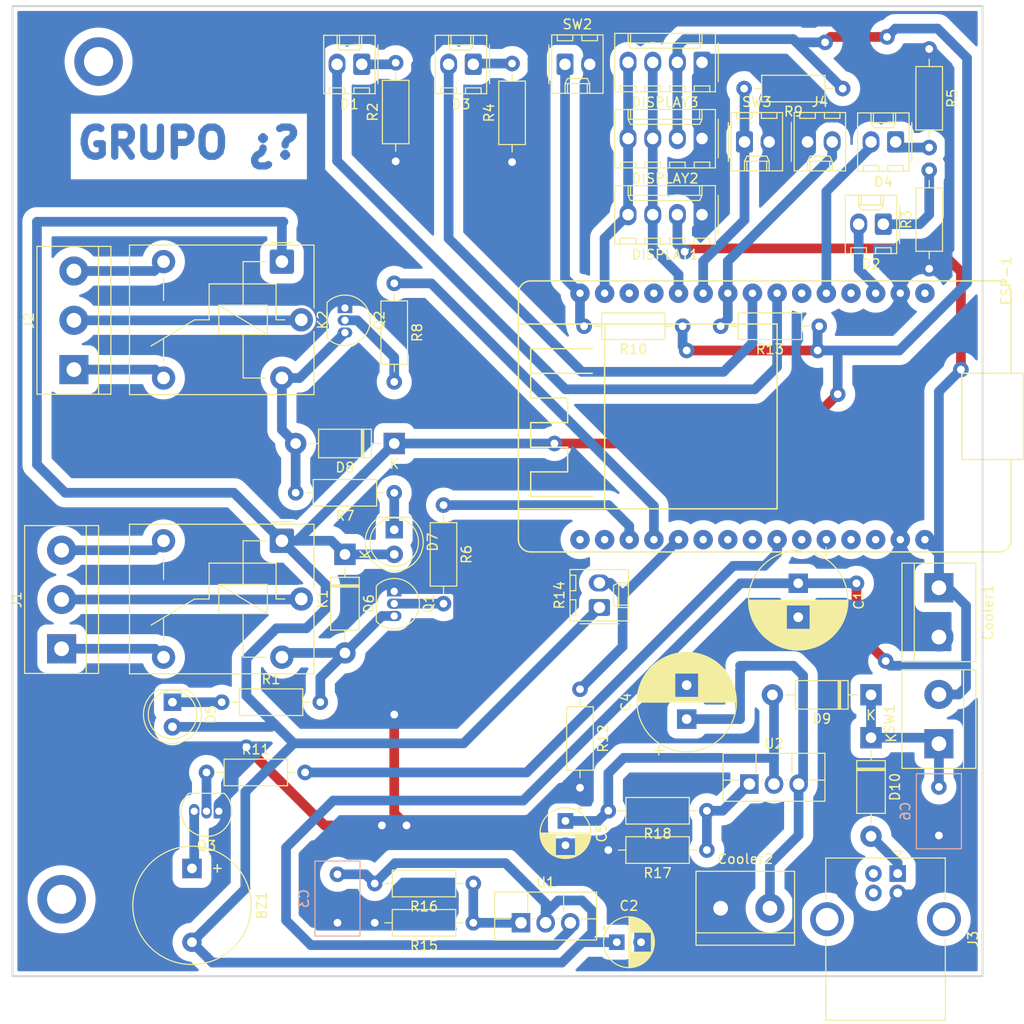
<source format=kicad_pcb>
(kicad_pcb (version 20240108) (generator "pcbnew") (generator_version "8.0")
  (layers (0 "F.Cu" signal) (31 "B.Cu" signal) (34 "B.Paste" user) (35 "F.Paste" user) (36 "B.SilkS" user "B.Silkscreen") (37 "F.SilkS" user "F.Silkscreen") (38 "B.Mask" user) (39 "F.Mask" user) (44 "Edge.Cuts" user))
  (net 0 "")
  (net 1 "GND")
  (net 2 "SDA")
  (net 3 "+3.3V")
  (net 4 "SCL")
  (net 5 "Net-(BZ1-+)")
  (net 6 "+5V")
  (net 7 "LED-A1")
  (net 8 "Net-(D1-K)")
  (net 9 "LED-B1")
  (net 10 "Net-(D2-K)")
  (net 11 "Net-(D3-K)")
  (net 12 "LED-A2")
  (net 13 "LED-B2")
  (net 14 "Net-(D4-K)")
  (net 15 "Net-(D5-K)")
  (net 16 "RELE-B")
  (net 17 "Net-(D6-A)")
  (net 18 "RELE-A")
  (net 19 "Net-(D7-K)")
  (net 20 "Net-(D8-A)")
  (net 21 "Net-(D9-A)")
  (net 23 "BUZZER")
  (net 24 "BOTON-A")
  (net 25 "BOTON-B")
  (net 28 "PUERTA")
  (net 31 "LDR")
  (net 32 "Net-(J1-Pin_3)")
  (net 33 "Net-(J1-Pin_2)")
  (net 34 "Net-(J1-Pin_1)")
  (net 35 "NO")
  (net 36 "Net-(J2-Pin_3)")
  (net 39 "+12V")
  (net 41 "Net-(Q1-B)")
  (net 42 "Net-(Q2-B)")
  (net 43 "Net-(Q3-B)")
  (net 44 "Net-(U1-ADJ)")
  (net 48 "+5VANTESDELLAVE")
  (net 49 "Net-(J2-Pin_2)")
  (net 51 "Net-(U2-ADJ)")
  (net 52 "Net-(D10-A)")
  (footprint "Resistor_THT:R_Axial_DIN0207_L6.3mm_D2.5mm_P10.16mm_Horizontal" (layer "F.Cu") (at 133.5 56 90)
    (property "Reference" "R2")
    (property "Value" "1.6")
  )
  (footprint "Connector_Molex:Molex_KK-254_AE-6410-02A_1x02_P2.54mm_Vertical" (layer "F.Cu") (at 185.04 54 180)
    (property "Reference" "D4")
    (property "Value" "LED")
  )
  (footprint "Resistor_THT:R_Axial_DIN0207_L6.3mm_D2.5mm_P10.16mm_Horizontal" (layer "F.Cu") (at 177.16 73 180)
    (property "Reference" "R13")
    (property "Value" "R_US")
  )
  (footprint "Capacitor_THT:CP_Radial_D5.0mm_P2.50mm" (layer "F.Cu") (at 156.294888 136.5)
    (property "Reference" "C2")
    (property "Value" "10uF")
  )
  (footprint "LED_THT:LED_D5.0mm_Clear" (layer "F.Cu") (at 110.49 111.76 -90)
    (property "Reference" "D5")
    (property "Value" "LED")
  )
  (footprint "Resistor_THT:R_Axial_DIN0207_L6.3mm_D2.5mm_P10.16mm_Horizontal" (layer "F.Cu") (at 188.5 44.42 -90)
    (property "Reference" "R5")
    (property "Value" "R_US")
  )
  (footprint "Connector_Molex:Molex_KK-254_AE-6410-02A_1x02_P2.54mm_Vertical" (layer "F.Cu") (at 175.96 54)
    (property "Reference" "J4")
    (property "Value" "Conn_01x02_Pin")
  )
  (footprint "Connector_USB:USB_B_OST_USB-B1HSxx_Horizontal" (layer "F.Cu") (at 185.25 129.4225 -90)
    (property "Reference" "J3")
    (property "Value" "USB_B")
  )
  (footprint "Diode_THT:D_DO-41_SOD81_P10.16mm_Horizontal" (layer "F.Cu") (at 133.35 85.09 180)
    (property "Reference" "D8")
    (property "Value" "1N4007")
  )
  (footprint "Resistor_THT:R_Axial_DIN0207_L6.3mm_D2.5mm_P10.16mm_Horizontal" (layer "F.Cu") (at 188.5 67.08 90)
    (property "Reference" "R3")
    (property "Value" "R_US")
  )
  (footprint "Package_TO_SOT_THT:TO-220F-3_Vertical" (layer "F.Cu") (at 169.96 120.195)
    (property "Reference" "U2")
    (property "Value" "LM317_TO-220")
  )
  (footprint "Capacitor_THT:CP_Radial_D10.0mm_P3.50mm" (layer "F.Cu") (at 163.5 113.5 90)
    (property "Reference" "C4")
    (property "Value" "100uF")
  )
  (footprint "Resistor_THT:R_Axial_DIN0207_L6.3mm_D2.5mm_P10.16mm_Horizontal" (layer "F.Cu") (at 133.35 90.17 180)
    (property "Reference" "R7")
    (property "Value" "100")
  )
  (footprint "Connector_Molex:Molex_KK-254_AE-6410-02A_1x02_P2.54mm_Vertical" (layer "F.Cu") (at 154.5 102 90)
    (property "Reference" "R14")
    (property "Value" "LDR")
  )
  (footprint "Package_TO_SOT_THT:TO-92_Inline" (layer "F.Cu") (at 128.27 71.12 -90)
    (property "Reference" "Q2")
    (property "Value" "S8050")
  )
  (footprint "Resistor_THT:R_Axial_DIN0207_L6.3mm_D2.5mm_P10.16mm_Horizontal" (layer "F.Cu") (at 179.58 48.5 180)
    (property "Reference" "R9")
    (property "Value" "10K")
  )
  (footprint "Relay_THT:Relay_SPDT_Finder_36.11" (layer "F.Cu") (at 121.77 95.12 -90)
    (property "Reference" "K1")
    (property "Value" "Relay_SPDT")
  )
  (footprint "Relay_THT:Relay_SPDT_Finder_36.11" (layer "F.Cu") (at 121.77 66.34 -90)
    (property "Reference" "K2")
    (property "Value" "Relay_SPDT")
  )
  (footprint "TerminalBlock:TerminalBlock_bornier-3_P5.08mm" (layer "F.Cu") (at 100.33 77.47 90)
    (property "Reference" "J2")
    (property "Value" "Screw_Terminal_01x03")
  )
  (footprint "Package_TO_SOT_THT:TO-92_Inline" (layer "F.Cu") (at 115.27 123 180)
    (property "Reference" "Q3")
    (property "Value" "S8050")
  )
  (footprint "Resistor_THT:R_Axial_DIN0207_L6.3mm_D2.5mm_P10.16mm_Horizontal" (layer "F.Cu") (at 165.58 127 180)
    (property "Reference" "R17")
    (property "Value" "560")
  )
  (footprint "Connector_Molex:Molex_KK-254_AE-6410-04A_1x04_P2.54mm_Vertical" (layer "F.Cu") (at 165.08 61.5 180)
    (property "Reference" "DISPLAY1")
    (property "Value" "DISPLAY")
  )
  (footprint "Connector_Molex:Molex_KK-254_AE-6410-02A_1x02_P2.54mm_Vertical" (layer "F.Cu") (at 183.77 62.48 180)
    (property "Reference" "D2")
    (property "Value" "LED")
  )
  (footprint "TerminalBlock:TerminalBlock_bornier-2_P5.08mm" (layer "F.Cu") (at 167 133)
    (property "Reference" "Cooler2")
    (property "Value" "Bateria")
  )
  (footprint "Package_TO_SOT_THT:TO-92_Inline" (layer "F.Cu") (at 133.35 100.33 -90)
    (property "Reference" "Q1")
    (property "Value" "S8050")
  )
  (footprint "Resistor_THT:R_Axial_DIN0207_L6.3mm_D2.5mm_P10.16mm_Horizontal" (layer "F.Cu") (at 138.43 91.44 -90)
    (property "Reference" "R6")
    (property "Value" "R_US")
  )
  (footprint "Resistor_THT:R_Axial_DIN0207_L6.3mm_D2.5mm_P10.16mm_Horizontal" (layer "F.Cu") (at 145.5 56.08 90)
    (property "Reference" "R4")
    (property "Value" "1.6")
  )
  (footprint "Buzzer_Beeper:Buzzer_12x9.5RM7.6" (layer "F.Cu") (at 112.5 128.9 -90)
    (property "Reference" "BZ1")
    (property "Value" "Buzzer")
  )
  (footprint "TerminalBlock:TerminalBlock_bornier-2_P5.08mm" (layer "F.Cu") (at 189.5 116.04 90)
    (property "Reference" "SW1")
    (property "Value" "On/Off")
  )
  (footprint "Resistor_THT:R_Axial_DIN0207_L6.3mm_D2.5mm_P10.16mm_Horizontal" (layer "F.Cu") (at 114 119)
    (property "Reference" "R11")
    (property "Value" "22K")
  )
  (footprint "Resistor_THT:R_Axial_DIN0207_L6.3mm_D2.5mm_P10.16mm_Horizontal" (layer "F.Cu") (at 115.57 111.76)
    (property "Reference" "R1")
    (property "Value" "100")
  )
  (footprint "Resistor_THT:R_Axial_DIN0207_L6.3mm_D2.5mm_P10.16mm_Horizontal" (layer "F.Cu") (at 133.35 68.58 -90)
    (property "Reference" "R8")
    (property "Value" "R_US")
  )
  (footprint "Connector_Molex:Molex_KK-254_AE-6410-02A_1x02_P2.54mm_Vertical" (layer "F.Cu") (at 169.46 54)
    (property "Reference" "SW3")
    (property "Value" "SW_Push")
  )
  (footprint "Connector_Molex:Molex_KK-254_AE-6410-02A_1x02_P2.54mm_Vertical" (layer "F.Cu") (at 150.96 46)
    (property "Reference" "SW2")
    (property "Value" "SW_Push")
  )
  (footprint "Resistor_THT:R_Axial_DIN0207_L6.3mm_D2.5mm_P10.16mm_Horizontal" (layer "F.Cu") (at 165.58 122.95 180)
    (property "Reference" "R18")
    (property "Value" "330")
  )
  (footprint "Diode_THT:D_DO-41_SOD81_P10.16mm_Horizontal" (layer "F.Cu") (at 182.5 111 180)
    (property "Reference" "D9")
    (property "Value" "1N4007")
  )
  (footprint "LED_THT:LED_D5.0mm_Clear" (layer "F.Cu") (at 133.35 93.98 -90)
    (property "Reference" "D7")
    (property "Value" "LED")
  )
  (footprint "Capacitor_THT:CP_Radial_D10.0mm_P3.50mm" (layer "F.Cu") (at 175 99.5 -90)
    (property "Reference" "C1")
    (property "Value" "100uF")
  )
  (footprint "Diode_THT:D_DO-41_SOD81_P10.16mm_Horizontal" (layer "F.Cu") (at 182.5 115.42 -90)
    (property "Reference" "D10")
    (property "Value" "1N4007")
  )
  (footprint "Diode_THT:D_DO-41_SOD81_P10.16mm_Horizontal" (layer "F.Cu") (at 128.27 96.52 -90)
    (property "Reference" "D6")
    (property "Value" "1N4007")
  )
  (footprint "Connector_Molex:Molex_KK-254_AE-6410-02A_1x02_P2.54mm_Vertical" (layer "F.Cu") (at 130 46 180)
    (property "Reference" "D1")
    (property "Value" "LED")
  )
  (footprint "Resistor_THT:R_Axial_DIN0207_L6.3mm_D2.5mm_P10.16mm_Horizontal" (layer "F.Cu") (at 141.5 130.45 180)
    (property "Reference" "R16")
    (property "Value" "330")
  )
  (footprint "Capacitor_THT:CP_Radial_D5.0mm_P2.50mm" (layer "F.Cu") (at 151 124 -90)
    (property "Reference" "C5")
    (property "Value" "10uF")
  )
  (footprint "Package_TO_SOT_THT:TO-220F-3_Vertical" (layer "F.Cu") (at 146.42 134.5)
    (property "Reference" "U1")
    (property "Value" "LM317_TO-220")
  )
  (footprint "TerminalBlock:TerminalBlock_bornier-3_P5.08mm" (layer "F.Cu") (at 99.06 106.25 90)
    (property "Reference" "J1")
    (property "Value" "Screw_Terminal_01x03")
  )
  (footprint "Resistor_THT:R_Axial_DIN0207_L6.3mm_D2.5mm_P10.16mm_Horizontal" (layer "F.Cu") (at 152.5 110.42 -90)
    (property "Reference" "R12")
    (property "Value" "10K")
  )
  (footprint "Connector_Molex:Molex_KK-254_AE-6410-04A_1x04_P2.54mm_Vertical" (layer "F.Cu") (at 165.08 45.8 180)
    (property "Reference" "DISPLAY3")
    (property "Value" "DISPLAY")
  )
  (footprint "TerminalBlock:TerminalBlock_bornier-2_P5.08mm" (layer "F.Cu") (at 189.5 99.96 -90)
    (property "Reference" "Cooler1")
    (property "Value" "Bornera Cooler")
  )
  (footprint "Resistor_THT:R_Axial_DIN0207_L6.3mm_D2.5mm_P10.16mm_Horizontal" (layer "F.Cu") (at 141.5 134.5 180)
    (property "Reference" "R15")
    (property "Value" "560")
  )
  (footprint "Connector_Molex:Molex_KK-254_AE-6410-04A_1x04_P2.54mm_Vertical" (layer "F.Cu") (at 165.08 53.65 180)
    (property "Reference" "DISPLAY2")
    (property "Value" "AHT10")
  )
  (footprint "Connector_Molex:Molex_KK-254_AE-6410-02A_1x02_P2.54mm_Vertical" (layer "F.Cu") (at 141.5 46 180)
    (property "Reference" "D3")
    (property "Value" "LED")
  )
  (footprint "DOIT_ESP32:DOIT_ESP32_Devkit_mirko" (layer "F.Cu") (at 196.95 68.33 -90)
    (property "Reference" "ESP-1")
    (property "Value" "ESP32-Devkit-V1")
  )
  (footprint "Resistor_THT:R_Axial_DIN0207_L6.3mm_D2.5mm_P10.16mm_Horizontal" (layer "F.Cu") (at 163.08 73 180)
    (property "Reference" "R10")
    (property "Value" "10K")
  )
  (footprint "Capacitor_THT:C_Disc_D7.5mm_W4.4mm_P5.00mm" (layer "B.Cu") (at 189.5 120.5 -90)
    (property "Reference" "C6")
    (property "Value" "100uf")
  )
  (footprint "Capacitor_THT:C_Disc_D7.5mm_W4.4mm_P5.00mm" (layer "B.Cu") (at 127.5 129.5 -90)
    (property "Reference" "C3")
    (property "Value" "100uf")
  )
  (gr_rect (start 94 40) (end 194 140) (stroke (width 0.2)) (fill none) (layer "Edge.Cuts"))
  (gr_text "GRUPO ¿?" (at 100.33 55.88 0) (layer "B.Cu") (effects (font (size 3 3) (thickness 0.75) (bold yes)) (justify left bottom)))
  (via (at 99.06 132.08) (size 5) (drill 3) (layers "F.Cu" "B.Cu") (net 0))
  (via (at 102.87 45.72) (size 5) (drill 3) (layers "F.Cu" "B.Cu") (net 0))
  (segment (start 133.35 123.19) (end 134.62 124.46) (width 1) (layer "F.Cu") (net 1))
  (segment (start 126.17 124.46) (end 118.11 116.4) (width 1) (layer "F.Cu") (net 1))
  (segment (start 133.35 113.03) (end 133.35 123.19) (width 1) (layer "F.Cu") (net 1))
  (segment (start 132.08 124.46) (end 126.17 124.46) (width 1) (layer "F.Cu") (net 1))
  (via (at 133.35 113.03) (size 1.6) (drill 0.8) (layers "F.Cu" "B.Cu") (net 1))
  (via (at 132.08 124.46) (size 1.6) (drill 0.8) (layers "F.Cu" "B.Cu") (net 1))
  (via (at 134.62 124.46) (size 1.6) (drill 0.8) (layers "F.Cu" "B.Cu") (net 1))
  (via (at 118.11 116.4) (size 1.6) (drill 0.8) (layers "F.Cu" "B.Cu") (net 1))
  (segment (start 179.5 131.5) (end 179.5 130.788796) (width 1) (layer "B.Cu") (net 1))
  (segment (start 125.73 43.18) (end 135.89 43.18) (width 1) (layer "B.Cu") (net 1))
  (segment (start 147.5 126.5) (end 151 126.5) (width 1) (layer "B.Cu") (net 1))
  (segment (start 174.88 136) (end 170 136) (width 1) (layer "B.Cu") (net 1))
  (segment (start 188.5 67.08) (end 186.625787 67.08) (width 1) (layer "B.Cu") (net 1))
  (segment (start 187.4 131.5725) (end 185.25 131.5725) (width 1) (layer "B.Cu") (net 1))
  (segment (start 187.52 105.04) (end 189.5 105.04) (width 1) (layer "B.Cu") (net 1))
  (segment (start 153.5 46) (end 157.895 41.605) (width 1) (layer "B.Cu") (net 1))
  (segment (start 175 103) (end 175 105.78) (width 1) (layer "B.Cu") (net 1))
  (segment (start 139.93 100.56) (end 139.93 106.45) (width 1) (layer "B.Cu") (net 1))
  (segment (start 134.62 124.46) (end 134.62 126.5) (width 1) (layer "B.Cu") (net 1))
  (segment (start 172 54) (end 172 48.110151) (width 1) (layer "B.Cu") (net 1))
  (segment (start 179.5 130.788796) (end 179.5 109.06) (width 1) (layer "B.Cu") (net 1))
  (segment (start 174.88 130.788796) (end 174.88 136) (width 1) (layer "B.Cu") (net 1))
  (segment (start 145.5 56.08) (end 147.6 53.98) (width 1) (layer "B.Cu") (net 1))
  (segment (start 159 133) (end 167 133) (width 1) (layer "B.Cu") (net 1))
  (segment (start 172 48.110151) (end 169.689849 45.8) (width 1) (layer "B.Cu") (net 1))
  (segment (start 135.6 53.9) (end 135.6 46.066157) (width 1) (layer "B.Cu") (net 1))
  (segment (start 128.27 71.12) (end 128.27 60.96) (width 1) (layer "B.Cu") (net 1))
  (segment (start 132.08 126.5) (end 134.62 126.5) (width 1) (layer "B.Cu") (net 1))
  (segment (start 188.5 44.42) (end 184.96 47.96) (width 1) (layer "B.Cu") (net 1))
  (segment (start 116.8 120.69) (end 116.8 117.71) (width 1) (layer "B.Cu") (net 1))
  (segment (start 133.35 100.33) (end 133.58 100.1) (width 1) (layer "B.Cu") (net 1))
  (segment (start 132.08 126.5) (end 132.08 124.46) (width 1) (layer "B.Cu") (net 1))
  (segment (start 149.5 43.5) (end 153.095 43.5) (width 1) (layer "B.Cu") (net 1))
  (segment (start 153.5 43.905) (end 153.5 46) (width 1) (layer "B.Cu") (net 1))
  (segment (start 157.895 41.605) (end 178.605 41.605) (width 1) (layer "B.Cu") (net 1))
  (segment (start 116.8 117.71) (end 118.11 116.4) (width 1) (layer "B.Cu") (net 1))
  (segment (start 185.25 131.4225) (end 185.25 132.624581) (width 1) (layer "B.Cu") (net 1))
  (segment (start 153.095 43.5) (end 153.5 43.905) (width 1) (layer "B.Cu") (net 1))
  (segment (start 147.6 53.98) (end 147.6 45.4) (width 1) (layer "B.Cu") (net 1))
  (segment (start 175 105.78) (end 182.78 105.78) (width 1) (layer "B.Cu") (net 1))
  (segment (start 181.42 51.5) (end 177.365 51.5) (width 1) (layer "B.Cu") (net 1))
  (segment (start 124 133.5) (end 124 127.5) (width 1) (layer "B.Cu") (net 1))
  (segment (start 125 126.5) (end 132.08 126.5) (width 1) (layer "B.Cu") (net 1))
  (segment (start 177.365 51.5) (end 175.96 52.905) (width 1) (layer "B.Cu") (net 1))
  (segment (start 185.52 68.185787) (end 185.52 69.6) (width 1) (layer "B.Cu") (net 1))
  (segment (start 147 43.5) (end 148.25 44.75) (width 1) (layer "B.Cu") (net 1))
  (segment (start 152.5 120.58) (end 150.511168 120.58) (width 1) (layer "B.Cu") (net 1))
  (segment (start 163.5 110) (end 167.72 105.78) (width 1) (layer "B.Cu") (net 1))
  (segment (start 182.78 105.78) (end 185.52 103.04) (width 1) (layer "B.Cu") (net 1))
  (segment (start 190.6 64.98) (end 190.6 46.52) (width 1) (layer "B.Cu") (net 1))
  (segment (start 135.6 46.066157) (end 137.188079 44.478079) (width 1) (layer "B.Cu") (net 1))
  (segment (start 158 133) (end 159 133) (width 1) (layer "B.Cu") (net 1))
  (segment (start 178.605 41.605) (end 184.96 47.96) (width 1) (layer "B.Cu") (net 1))
  (segment (start 169.689849 45.8) (end 165.08 45.8) (width 1) (layer "B.Cu") (net 1))
  (segment (start 183.961702 133.912879) (end 181.912879 133.912879) (width 1) (layer "B.Cu") (net 1))
  (segment (start 185.52 95) (end 185.52 103.04) (width 1) (layer "B.Cu") (net 1))
  (segment (start 188.5 67.08) (end 190.6 64.98) (width 1) (layer "B.Cu") (net 1))
  (segment (start 151 126.5) (end 154.92 126.5) (width 1) (layer "B.Cu") (net 1))
  (segment (start 139.93 106.45) (end 133.35 113.03) (width 1) (layer "B.Cu") (net 1))
  (segment (start 179.5 130.788796) (end 174.88 130.788796) (width 1) (layer "B.Cu") (net 1))
  (segment (start 137.188079 44.478079) (end 138.166157 43.5) (width 1) (layer "B.Cu") (net 1))
  (segment (start 147.6 45.4) (end 148.25 44.75) (width 1) (layer "B.Cu") (net 1))
  (segment (start 124 127.5) (end 125 126.5) (width 1) (layer "B.Cu") (net 1))
  (segment (start 184.96 47.96) (end 181.42 51.5) (width 1) (layer "B.Cu") (net 1))
  (segment (start 139.47 100.1) (end 139.93 100.56) (width 1) (layer "B.Cu") (net 1))
  (segment (start 115.27 122.22) (end 116.8 120.69) (width 1) (layer "B.Cu") (net 1))
  (segment (start 125 134.5) (end 124 133.5) (width 1) (layer "B.Cu") (net 1))
  (segment (start 134.62 126.5) (end 147.5 126.5) (width 1) (layer "B.Cu") (net 1))
  (segment (start 138.166157 43.5) (end 147 43.5) (width 1) (layer "B.Cu") (net 1))
  (segment (start 170 136) (end 167 133) (width 1) (layer "B.Cu") (net 1))
  (segment (start 189.5 125.5) (end 189.5 129.4725) (width 1) (layer "B.Cu") (net 1))
  (segment (start 155.42 130.42) (end 158 133) (width 1) (layer "B.Cu") (net 1))
  (segment (start 185.52 103.04) (end 187.52 105.04) (width 1) (layer "B.Cu") (net 1))
  (segment (start 186.625787 67.08) (end 185.52 68.185787) (width 1) (layer "B.Cu") (net 1))
  (segment (start 135.89 43.18) (end 137.188079 44.478079) (width 1) (layer "B.Cu") (net 1))
  (segment (start 190.6 46.52) (end 188.5 44.42) (width 1) (layer "B.Cu") (net 1))
  (segment (start 154.92 126.5) (end 155.42 127) (width 1) (layer "B.Cu") (net 1))
  (segment (start 131.34 134.5) (end 125 134.5) (width 1) (layer "B.Cu") (net 1))
  (segment (start 128.27 60.96) (end 125.73 58.42) (width 1) (layer "B.Cu") (net 1))
  (segment (start 158.794888 133.205112) (end 159 133) (width 1) (layer "B.Cu") (net 1))
  (segment (start 125.73 58.42) (end 125.73 43.18) (width 1) (layer "B.Cu") (net 1))
  (segment (start 158.794888 136.5) (end 158.794888 133.205112) (width 1) (layer "B.Cu") (net 1))
  (segment (start 179.5 109.06) (end 182.78 105.78) (width 1) (layer "B.Cu") (net 1))
  (segment (start 175.96 54) (end 172 54) (width 1) (layer "B.Cu") (net 1))
  (segment (start 133.58 100.1) (end 139.47 100.1) (width 1) (layer "B.Cu") (net 1))
  (segment (start 181.912879 133.912879) (end 179.5 131.5) (width 1) (layer "B.Cu") (net 1))
  (segment (start 150.511168 120.58) (end 147.5 123.591168) (width 1) (layer "B.Cu") (net 1))
  (segment (start 147.5 123.591168) (end 147.5 126.5) (width 1) (layer "B.Cu") (net 1))
  (segment (start 165.08 61.5) (end 165.08 45.8) (width 1) (layer "B.Cu") (net 1))
  (segment (start 175.96 52.905) (end 175.96 54) (width 1) (layer "B.Cu") (net 1))
  (segment (start 155.42 127) (end 155.42 130.42) (width 1) (layer "B.Cu") (net 1))
  (segment (start 115.27 123) (end 115.27 122.22) (width 1) (layer "B.Cu") (net 1))
  (segment (start 167.72 105.78) (end 175 105.78) (width 1) (layer "B.Cu") (net 1))
  (segment (start 133.5 56) (end 135.6 53.9) (width 1) (layer "B.Cu") (net 1))
  (segment (start 189.5 129.4725) (end 187.4 131.5725) (width 1) (layer "B.Cu") (net 1))
  (segment (start 148.25 44.75) (end 149.5 43.5) (width 1) (layer "B.Cu") (net 1))
  (segment (start 185.25 132.624581) (end 183.961702 133.912879) (width 1) (layer "B.Cu") (net 1))
  (segment (start 160 45.8) (end 160 61.5) (width 1) (layer "B.Cu") (net 2))
  (segment (start 162.66 69.6) (end 162.66 67.66) (width 1) (layer "B.Cu") (net 2))
  (segment (start 160 65) (end 160 61.5) (width 1) (layer "B.Cu") (net 2))
  (segment (start 162.66 67.66) (end 160 65) (width 1) (layer "B.Cu") (net 2))
  (segment (start 184.15 43.18) (end 178.325 43.18) (width 1) (layer "F.Cu") (net 3))
  (segment (start 149.86 85.09) (end 173.99 85.09) (width 1) (layer "F.Cu") (net 3))
  (segment (start 163.5 75.5) (end 177 75.5) (width 1) (layer "F.Cu") (net 3))
  (segment (start 178.325 43.18) (end 177.767575 43.737425) (width 1) (layer "F.Cu") (net 3))
  (segment (start 173.99 85.09) (end 179.07 80.01) (width 1) (layer "F.Cu") (net 3))
  (via (at 177.767575 43.737425) (size 1.6) (drill 0.8) (layers "F.Cu" "B.Cu") (net 3))
  (via (at 184.15 43.18) (size 1.6) (drill 0.8) (layers "F.Cu" "B.Cu") (net 3))
  (via (at 149.86 85.09) (size 1.6) (drill 0.8) (layers "F.Cu" "B.Cu") (net 3))
  (via (at 179.07 80.01) (size 1.6) (drill 0.8) (layers "F.Cu" "B.Cu") (net 3))
  (via (at 177 75.5) (size 1.6) (drill 0.8) (layers "F.Cu" "B.Cu") (net 3))
  (via (at 163.5 75.5) (size 1.6) (drill 0.8) (layers "F.Cu" "B.Cu") (net 3))
  (segment (start 154.5 102) (end 140.5 116) (width 1) (layer "B.Cu") (net 3))
  (segment (start 152.7386 136.5) (end 152.6193 136.6193) (width 1) (layer "B.Cu") (net 3))
  (segment (start 118 121) (end 118 131) (width 1) (layer "B.Cu") (net 3))
  (segment (start 150.6386 138.6) (end 152.6193 136.6193) (width 1) (layer "B.Cu") (net 3))
  (segment (start 123.32 95.12) (end 121.77 95.12) (width 1) (layer "B.Cu") (net 3))
  (segment (start 110.49 114.3) (end 120.65 114.3) (width 1) (layer "B.Cu") (net 3))
  (segment (start 133.35 85.09) (end 123.32 95.12) (width 1) (layer "B.Cu") (net 3))
  (segment (start 185.412692 75.5) (end 192.4 68.512692) (width 1) (layer "B.Cu") (net 3))
  (segment (start 121.92 62.23) (end 96.52 62.23) (width 1) (layer "B.Cu") (net 3))
  (segment (start 112.5 136.5) (end 114.6 138.6) (width 1) (layer "B.Cu") (net 3))
  (segment (start 162.54 45.8) (end 162.54 44.155) (width 1) (layer "B.Cu") (net 3))
  (segment (start 163.08 75.08) (end 163.5 75.5) (width 1) (layer "B.Cu") (net 3))
  (segment (start 153.7525 135.4861) (end 153.7525 133.2525) (width 1) (layer "B.Cu") (net 3))
  (segment (start 133.44 128.35) (end 131.34 130.45) (width 1) (layer "B.Cu") (net 3))
  (segment (start 140.5 116) (end 123 116) (width 1) (layer "B.Cu") (net 3))
  (segment (start 96.52 62.23) (end 96.52 87.255) (width 1) (layer "B.Cu") (net 3))
  (segment (start 118.11 111.11) (end 120.975 113.975) (width 1) (layer "B.Cu") (net 3))
  (segment (start 123 116) (end 118 121) (width 1) (layer "B.Cu") (net 3))
  (segment (start 118.11 107.244466) (end 118.11 111.11) (width 1) (layer "B.Cu") (net 3))
  (segment (start 163.08 73) (end 163.08 75.08) (width 1) (layer "B.Cu") (net 3))
  (segment (start 162.54 44.155) (end 163.29 43.405) (width 1) (layer "B.Cu") (net 3))
  (segment (start 192.4 68.512692) (end 192.4 45.350151) (width 1) (layer "B.Cu") (net 3))
  (segment (start 177 75.5) (end 179.07 75.5) (width 1) (layer "B.Cu") (net 3))
  (segment (start 130.39 129.5) (end 131.34 130.45) (width 1) (layer "B.Cu") (net 3))
  (segment (start 133.35 96.52) (end 128.27 96.52) (width 1) (layer "B.Cu") (net 3))
  (segment (start 126.27 102.155534) (end 124.285534 104.14) (width 1) (layer "B.Cu") (net 3))
  (segment (start 114.6 138.6) (end 150.6386 138.6) (width 1) (layer "B.Cu") (net 3))
  (segment (start 121.77 95.12) (end 126.87 95.12) (width 1) (layer "B.Cu") (net 3))
  (segment (start 116.82 90.17) (end 121.77 95.12) (width 1) (layer "B.Cu") (net 3))
  (segment (start 127.5 129.5) (end 130.39 129.5) (width 1) (layer "B.Cu") (net 3))
  (segment (start 177 75.5) (end 177 73.16) (width 1) (layer "B.Cu") (net 3))
  (segment (start 162.54 53.65) (end 162.54 45.8) (width 1) (layer "B.Cu") (net 3))
  (segment (start 148.96 132.4875) (end 144.8225 128.35) (width 1) (layer "B.Cu") (net 3))
  (segment (start 179.07 75.5) (end 185.412692 75.5) (width 1) (layer "B.Cu") (net 3))
  (segment (start 192.4 45.350151) (end 189.369849 42.32) (width 1) (layer "B.Cu") (net 3))
  (segment (start 177 73.16) (end 177.16 73) (width 1) (layer "B.Cu") (net 3))
  (segment (start 126.87 95.12) (end 128.27 96.52) (width 1) (layer "B.Cu") (net 3))
  (segment (start 96.52 87.255) (end 99.435 90.17) (width 1) (layer "B.Cu") (net 3))
  (segment (start 118 131) (end 112.5 136.5) (width 1) (layer "B.Cu") (net 3))
  (segment (start 185.01 42.32) (end 184.15 43.18) (width 1) (layer "B.Cu") (net 3))
  (segment (start 121.77 66.34) (end 121.77 62.38) (width 1) (layer "B.Cu") (net 3))
  (segment (start 189.369849 42.32) (end 185.01 42.32) (width 1) (layer "B.Cu") (net 3))
  (segment (start 179.58 48.5) (end 179.29 48.21) (width 1) (layer "B.Cu") (net 3))
  (segment (start 121.77 95.12) (end 126.27 99.62) (width 1) (layer "B.Cu") (net 3))
  (segment (start 121.214466 104.14) (end 118.11 107.244466) (width 1) (layer "B.Cu") (net 3))
  (segment (start 177.767575 43.737425) (end 174.817425 43.737425) (width 1) (layer "B.Cu") (net 3))
  (segment (start 144.8225 128.35) (end 133.44 128.35) (width 1) (layer "B.Cu") (net 3))
  (segment (start 174.485 43.405) (end 179.29 48.21) (width 1) (layer "B.Cu") (net 3))
  (segment (start 148.96 133.5) (end 148.96 134.5) (width 1) (layer "B.Cu") (net 3))
  (segment (start 152.6193 136.6193) (end 153.7525 135.4861) (width 1) (layer "B.Cu") (net 3))
  (segment (start 163.29 43.405) (end 174.485 43.405) (width 1) (layer "B.Cu") (net 3))
  (segment (start 121.77 62.38) (end 121.92 62.23) (width 1) (layer "B.Cu") (net 3))
  (segment (start 124.285534 104.14) (end 121.214466 104.14) (width 1) (layer "B.Cu") (net 3))
  (segment (start 148.96 134.5) (end 148.96 132.4875) (width 1) (layer "B.Cu") (net 3))
  (segment (start 150.26 132.2) (end 148.96 133.5) (width 1) (layer "B.Cu") (net 3))
  (segment (start 152.7 132.2) (end 150.26 132.2) (width 1) (layer "B.Cu") (net 3))
  (segment (start 174.817425 43.737425) (end 174.485 43.405) (width 1) (layer "B.Cu") (net 3))
  (segment (start 120.65 114.3) (end 120.975 113.975) (width 1) (layer "B.Cu") (net 3))
  (segment (start 99.435 90.17) (end 116.82 90.17) (width 1) (layer "B.Cu") (net 3))
  (segment (start 133.35 85.09) (end 149.86 85.09) (width 1) (layer "B.Cu") (net 3))
  (segment (start 120.975 113.975) (end 123 116) (width 1) (layer "B.Cu") (net 3))
  (segment (start 156.294888 136.5) (end 152.7386 136.5) (width 1) (layer "B.Cu") (net 3))
  (segment (start 179.07 80.01) (end 179.07 75.5) (width 1) (layer "B.Cu") (net 3))
  (segment (start 126.27 99.62) (end 126.27 102.155534) (width 1) (layer "B.Cu") (net 3))
  (segment (start 153.7525 133.2525) (end 152.7 132.2) (width 1) (layer "B.Cu") (net 3))
  (segment (start 157.46 61.5) (end 155.04 63.92) (width 1) (layer "B.Cu") (net 4))
  (segment (start 155.04 63.92) (end 155.04 69.6) (width 1) (layer "B.Cu") (net 4))
  (segment (start 157.46 45.8) (end 157.46 61.5) (width 1) (layer "B.Cu") (net 4))
  (segment (start 112.73 123) (end 112.73 128.67) (width 1) (layer "B.Cu") (net 5))
  (segment (start 112.73 128.67) (end 112.5 128.9) (width 1) (layer "B.Cu") (net 5))
  (segment (start 181 99.5) (end 181 104.5) (width 1) (layer "F.Cu") (net 6))
  (segment (start 163.62 64.98) (end 189.369849 64.98) (width 1) (layer "F.Cu") (net 6))
  (segment (start 189.369849 64.98) (end 191.77 67.380151) (width 1) (layer "F.Cu") (net 6))
  (segment (start 181 104.5) (end 184.014925 107.514925) (width 1) (layer "F.Cu") (net 6))
  (segment (start 163.284925 65.315075) (end 163.62 64.98) (width 1) (layer "F.Cu") (net 6))
  (segment (start 191.77 67.380151) (end 191.77 77.47) (width 1) (layer "F.Cu") (net 6))
  (via (at 163.284925 65.315075) (size 1.6) (drill 0.8) (layers "F.Cu" "B.Cu") (net 6))
  (via (at 191.77 77.47) (size 1.6) (drill 0.8) (layers "F.Cu" "B.Cu") (net 6))
  (via (at 184.014925 107.514925) (size 1.6) (drill 0.8) (layers "F.Cu" "B.Cu") (net 6))
  (via (at 181 99.5) (size 1.6) (drill 0.8) (layers "F.Cu" "B.Cu") (net 6))
  (segment (start 162.54 61.5) (end 162.54 64.57015) (width 1) (layer "B.Cu") (net 6))
  (segment (start 192.3 108) (end 192.3 110.2) (width 1) (layer "B.Cu") (net 6))
  (segment (start 175 99.5) (end 181 99.5) (width 1) (layer "B.Cu") (net 6))
  (segment (start 192.3 110.2) (end 191.54 110.96) (width 1) (layer "B.Cu") (net 6))
  (segment (start 189.5 99.96) (end 190.46 99.96) (width 1) (layer "B.Cu") (net 6))
  (segment (start 169.045584 99.5) (end 146.645584 121.9) (width 1) (layer "B.Cu") (net 6))
  (segment (start 184.014925 107.514925) (end 184.5 108) (width 1) (layer "B.Cu") (net 6))
  (segment (start 127.054416 121.9) (end 122.2 126.754416) (width 1) (layer "B.Cu") (net 6))
  (segment (start 122.2 126.754416) (end 122.2 134.245584) (width 1) (layer "B.Cu") (net 6))
  (segment (start 190.46 99.96) (end 192.3 101.8) (width 1) (layer "B.Cu") (net 6))
  (segment (start 184.5 108) (end 192.3 108) (width 1) (layer "B.Cu") (net 6))
  (segment (start 151.5 135.193016) (end 151.5 134.5) (width 1) (layer "B.Cu") (net 6))
  (segment (start 189.5 79.74) (end 189.5 99.96) (width 1) (layer "B.Cu") (net 6))
  (segment (start 192.3 101.8) (end 192.3 108) (width 1) (layer "B.Cu") (net 6))
  (segment (start 189.5 99.96) (end 189.5 96.44) (width 1) (layer "B.Cu") (net 6))
  (segment (start 175 99.5) (end 169.045584 99.5) (width 1) (layer "B.Cu") (net 6))
  (segment (start 122.2 134.245584) (end 124.754416 136.8) (width 1) (layer "B.Cu") (net 6))
  (segment (start 189.5 96.44) (end 188.06 95) (width 1) (layer "B.Cu") (net 6))
  (segment (start 191.77 77.47) (end 189.5 79.74) (width 1) (layer "B.Cu") (net 6))
  (segment (start 191.54 110.96) (end 189.5 110.96) (width 1) (layer "B.Cu") (net 6))
  (segment (start 162.54 64.57015) (end 163.284925 65.315075) (width 1) (layer "B.Cu") (net 6))
  (segment (start 124.754416 136.8) (end 149.893016 136.8) (width 1) (layer "B.Cu") (net 6))
  (segment (start 149.893016 136.8) (end 151.5 135.193016) (width 1) (layer "B.Cu") (net 6))
  (segment (start 146.645584 121.9) (end 127.054416 121.9) (width 1) (layer "B.Cu") (net 6))
  (segment (start 172.82 77.18) (end 172.82 69.6) (width 1) (layer "B.Cu") (net 7))
  (segment (start 127.46 55.96) (end 151 79.5) (width 1) (layer "B.Cu") (net 7))
  (segment (start 127.46 46) (end 127.46 55.96) (width 1) (layer "B.Cu") (net 7))
  (segment (start 151 79.5) (end 170.5 79.5) (width 1) (layer "B.Cu") (net 7))
  (segment (start 170.5 79.5) (end 172.82 77.18) (width 1) (layer "B.Cu") (net 7))
  (segment (start 130 46) (end 133.34 46) (width 1) (layer "B.Cu") (net 8))
  (segment (start 133.34 46) (end 133.5 45.84) (width 1) (layer "B.Cu") (net 8))
  (segment (start 181.23 67.137308) (end 182.98 68.887308) (width 1) (layer "B.Cu") (net 9))
  (segment (start 182.98 68.887308) (end 182.98 69.6) (width 1) (layer "B.Cu") (net 9))
  (segment (start 181.23 62.48) (end 181.23 67.137308) (width 1) (layer "B.Cu") (net 9))
  (segment (start 188.5 61.5) (end 187.52 62.48) (width 1) (layer "B.Cu") (net 10))
  (segment (start 187.52 62.48) (end 183.77 62.48) (width 1) (layer "B.Cu") (net 10))
  (segment (start 188.5 56.92) (end 188.5 61.5) (width 1) (layer "B.Cu") (net 10))
  (segment (start 141.58 45.92) (end 141.5 46) (width 1) (layer "B.Cu") (net 11))
  (segment (start 145.5 45.92) (end 141.58 45.92) (width 1) (layer "B.Cu") (net 11))
  (segment (start 138.96 46) (end 138.96 63.96) (width 1) (layer "B.Cu") (net 12))
  (segment (start 170.28 74.72) (end 170.28 69.6) (width 1) (layer "B.Cu") (net 12))
  (segment (start 138.96 63.96) (end 152.7 77.7) (width 1) (layer "B.Cu") (net 12))
  (segment (start 167.3 77.7) (end 170.28 74.72) (width 1) (layer "B.Cu") (net 12))
  (segment (start 152.7 77.7) (end 167.3 77.7) (width 1) (layer "B.Cu") (net 12))
  (segment (start 177.9 59.1) (end 177.9 69.6) (width 1) (layer "B.Cu") (net 13))
  (segment (start 182.5 54.5) (end 177.9 59.1) (width 1) (layer "B.Cu") (net 13))
  (segment (start 182.5 54) (end 182.5 54.5) (width 1) (layer "B.Cu") (net 13))
  (segment (start 188.5 54.58) (end 185.62 54.58) (width 1) (layer "B.Cu") (net 14))
  (segment (start 185.62 54.58) (end 185.04 54) (width 1) (layer "B.Cu") (net 14))
  (segment (start 110.49 111.76) (end 115.57 111.76) (width 1) (layer "B.Cu") (net 15))
  (segment (start 157.58 95) (end 157.58 93.585787) (width 1) (layer "B.Cu") (net 16))
  (segment (start 157.58 93.585787) (end 155.434213 91.44) (width 1) (layer "B.Cu") (net 16))
  (segment (start 155.434213 91.44) (end 138.43 91.44) (width 1) (layer "B.Cu") (net 16))
  (segment (start 128.27 106.68) (end 122.21 106.68) (width 1) (layer "B.Cu") (net 17))
  (segment (start 132.08 102.87) (end 128.27 106.68) (width 1) (layer "B.Cu") (net 17))
  (segment (start 133.35 102.87) (end 132.08 102.87) (width 1) (layer "B.Cu") (net 17))
  (segment (start 122.21 106.68) (end 121.77 107.12) (width 1) (layer "B.Cu") (net 17))
  (segment (start 125.73 111.76) (end 125.73 109.22) (width 1) (layer "B.Cu") (net 17))
  (segment (start 125.73 109.22) (end 128.27 106.68) (width 1) (layer "B.Cu") (net 17))
  (segment (start 137.16 68.58) (end 160.12 91.54) (width 1) (layer "B.Cu") (net 18))
  (segment (start 160.12 91.54) (end 160.12 95) (width 1) (layer "B.Cu") (net 18))
  (segment (start 133.35 68.58) (end 137.16 68.58) (width 1) (layer "B.Cu") (net 18))
  (segment (start 133.35 90.17) (end 133.35 93.98) (width 1) (layer "B.Cu") (net 19))
  (segment (start 121.77 78.34) (end 123.59 78.34) (width 1) (layer "B.Cu") (net 20))
  (segment (start 121.77 83.67) (end 123.19 85.09) (width 1) (layer "B.Cu") (net 20))
  (segment (start 121.77 78.34) (end 121.77 83.67) (width 1) (layer "B.Cu") (net 20))
  (segment (start 123.19 85.09) (end 123.19 90.17) (width 1) (layer "B.Cu") (net 20))
  (segment (start 123.59 78.34) (end 128.27 73.66) (width 1) (layer "B.Cu") (net 20))
  (segment (start 172.5 111.16) (end 172.34 111) (width 1) (layer "B.Cu") (net 21))
  (segment (start 157 117.5) (end 172.5 117.5) (width 1) (layer "B.Cu") (net 21))
  (segment (start 172.5 116.5) (end 172.5 111.16) (width 1) (layer "B.Cu") (net 21))
  (segment (start 154.37 124) (end 155.42 122.95) (width 1) (layer "B.Cu") (net 21))
  (segment (start 151 124) (end 154.37 124) (width 1) (layer "B.Cu") (net 21))
  (segment (start 172.5 120.195) (end 172.5 116.5) (width 1) (layer "B.Cu") (net 21))
  (segment (start 155.42 119.08) (end 157 117.5) (width 1) (layer "B.Cu") (net 21))
  (segment (start 155.42 122.95) (end 155.42 119.08) (width 1) (layer "B.Cu") (net 21))
  (segment (start 172.82 96.414213) (end 172.82 95) (width 1) (layer "B.Cu") (net 23))
  (segment (start 168.3 97.7) (end 171.534213 97.7) (width 1) (layer "B.Cu") (net 23))
  (segment (start 147 119) (end 168.3 97.7) (width 1) (layer "B.Cu") (net 23))
  (segment (start 124.16 119) (end 147 119) (width 1) (layer "B.Cu") (net 23))
  (segment (start 171.534213 97.7) (end 172.82 96.414213) (width 1) (layer "B.Cu") (net 23))
  (segment (start 152.5 72.58) (end 152.5 69.6) (width 1) (layer "B.Cu") (net 24))
  (segment (start 150.96 46) (end 150.96 68.06) (width 1) (layer "B.Cu") (net 24))
  (segment (start 150.88 45.92) (end 150.96 46) (width 1) (layer "B.Cu") (net 24))
  (segment (start 152.92 73) (end 152.5 72.58) (width 1) (layer "B.Cu") (net 24))
  (segment (start 150.96 68.06) (end 152.5 69.6) (width 1) (layer "B.Cu") (net 24))
  (segment (start 165.2 66.3) (end 165.2 69.6) (width 1) (layer "B.Cu") (net 25))
  (segment (start 169.46 62.04) (end 165.2 66.3) (width 1) (layer "B.Cu") (net 25))
  (segment (start 169.46 54) (end 169.46 48.54) (width 1) (layer "B.Cu") (net 25))
  (segment (start 169.46 48.54) (end 169.42 48.5) (width 1) (layer "B.Cu") (net 25))
  (segment (start 169.46 54) (end 169.46 62.04) (width 1) (layer "B.Cu") (net 25))
  (segment (start 178.5 55.545584) (end 178.5 54) (width 1) (layer "B.Cu") (net 28))
  (segment (start 167 73) (end 167.74 72.26) (width 1) (layer "B.Cu") (net 28))
  (segment (start 167.74 69.6) (end 167.74 66.305584) (width 1) (layer "B.Cu") (net 28))
  (segment (start 167.74 72.26) (end 167.74 69.6) (width 1) (layer "B.Cu") (net 28))
  (segment (start 167.74 66.305584) (end 178.5 55.545584) (width 1) (layer "B.Cu") (net 28))
  (segment (start 155.623958 99.46) (end 154.5 99.46) (width 1) (layer "B.Cu") (net 31))
  (segment (start 156.928958 100.731042) (end 162.66 95) (width 1) (layer "B.Cu") (net 31))
  (segment (start 152.5 110.42) (end 156.895 106.025) (width 1) (layer "B.Cu") (net 31))
  (segment (start 156.351979 100.188021) (end 155.623958 99.46) (width 1) (layer "B.Cu") (net 31))
  (segment (start 156.895 106.025) (end 156.895 100.731042) (width 1) (layer "B.Cu") (net 31))
  (segment (start 156.351979 100.188021) (end 156.895 100.731042) (width 1) (layer "B.Cu") (net 31))
  (segment (start 156.895 100.731042) (end 156.928958 100.731042) (width 1) (layer "B.Cu") (net 31))
  (segment (start 99.06 96.09) (end 108.6 96.09) (width 1) (layer "B.Cu") (net 32))
  (segment (start 108.6 96.09) (end 109.57 95.12) (width 1) (layer "B.Cu") (net 32))
  (segment (start 123.72 101.17) (end 123.77 101.12) (width 1) (layer "B.Cu") (net 33))
  (segment (start 99.06 101.17) (end 123.72 101.17) (width 1) (layer "B.Cu") (net 33))
  (segment (start 108.7 106.25) (end 109.57 107.12) (width 1) (layer "B.Cu") (net 34))
  (segment (start 99.06 106.25) (end 108.7 106.25) (width 1) (layer "B.Cu") (net 34))
  (segment (start 100.33 77.47) (end 108.7 77.47) (width 1) (layer "B.Cu") (net 35))
  (segment (start 108.7 77.47) (end 109.57 78.34) (width 1) (layer "B.Cu") (net 35))
  (segment (start 100.33 67.31) (end 108.6 67.31) (width 1) (layer "B.Cu") (net 36))
  (segment (start 108.6 67.31) (end 109.57 66.34) (width 1) (layer "B.Cu") (net 36))
  (segment (start 169 108) (end 169.5 108) (width 1) (layer "B.Cu") (net 39))
  (segment (start 174.5 108) (end 175.5 109) (width 1) (layer "B.Cu") (net 39))
  (segment (start 163.5 113.5) (end 169 113.5) (width 1) (layer "B.Cu") (net 39))
  (segment (start 172.08 128.42) (end 175.04 125.46) (width 1) (layer "B.Cu") (net 39))
  (segment (start 169 108.5) (end 169.5 108) (width 1) (layer "B.Cu") (net 39))
  (segment (start 175.5 109) (end 175.5 119.735) (width 1) (layer "B.Cu") (net 39))
  (segment (start 169.5 108) (end 174.5 108) (width 1) (layer "B.Cu") (net 39))
  (segment (start 175.04 125.46) (end 175.04 120.195) (width 1) (layer "B.Cu") (net 39))
  (segment (start 172.08 133) (end 172.08 128.42) (width 1) (layer "B.Cu") (net 39))
  (segment (start 169 113.5) (end 169 108.5) (width 1) (layer "B.Cu") (net 39))
  (segment (start 175.5 119.735) (end 175.04 120.195) (width 1) (layer "B.Cu") (net 39))
  (segment (start 133.35 101.6) (end 138.43 101.6) (width 1) (layer "B.Cu") (net 41))
  (segment (start 133.35 76.2) (end 133.35 78.74) (width 1) (layer "B.Cu") (net 42))
  (segment (start 129.54 72.39) (end 133.35 76.2) (width 1) (layer "B.Cu") (net 42))
  (segment (start 128.27 72.39) (end 129.54 72.39) (width 1) (layer "B.Cu") (net 42))
  (segment (start 114 119) (end 114 123) (width 1) (layer "B.Cu") (net 43))
  (segment (start 141.5 134.5) (end 146.42 134.5) (width 1) (layer "B.Cu") (net 44))
  (segment (start 141.5 130.45) (end 141.5 134.5) (width 1) (layer "B.Cu") (net 44))
  (segment (start 189.5 120.5) (end 189.5 116.04) (width 1) (layer "B.Cu") (net 48))
  (segment (start 182.5 115.42) (end 182.5 111) (width 1) (layer "B.Cu") (net 48))
  (segment (start 188.88 115.42) (end 189.5 116.04) (width 1) (layer "B.Cu") (net 48))
  (segment (start 182.5 115.42) (end 188.88 115.42) (width 1) (layer "B.Cu") (net 48))
  (segment (start 123.72 72.39) (end 123.77 72.34) (width 1) (layer "B.Cu") (net 49))
  (segment (start 100.33 72.39) (end 123.72 72.39) (width 1) (layer "B.Cu") (net 49))
  (segment (start 167.205 122.95) (end 169.96 120.195) (width 1) (layer "B.Cu") (net 51))
  (segment (start 165.58 122.95) (end 167.205 122.95) (width 1) (layer "B.Cu") (net 51))
  (segment (start 165.58 127) (end 165.58 122.95) (width 1) (layer "B.Cu") (net 51))
  (segment (start 182.5 125.58) (end 185.25 128.33) (width 1) (layer "B.Cu") (net 52))
  (segment (start 185.25 128.33) (end 185.25 129.4225) (width 1) (layer "B.Cu") (net 52))
  (zone (net 1) (net_name "GND") (layer "B.Cu") (connect_pads yes (clearance 1)) (min_thickness 0.25) (fill yes (thermal_gap 0.5) (thermal_bridge_width 0.5))
    (polygon (pts (xy 194.31 139.7) (xy 194.31 39.37) (xy 92.71 39.37) (xy 92.71 139.7) (xy 93.98 140.97) (xy 193.04 140.97)))
  )
)
</source>
